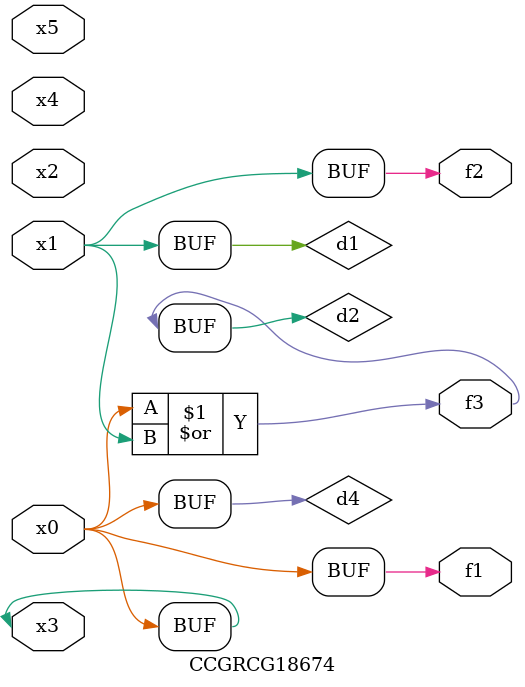
<source format=v>
module CCGRCG18674(
	input x0, x1, x2, x3, x4, x5,
	output f1, f2, f3
);

	wire d1, d2, d3, d4;

	and (d1, x1);
	or (d2, x0, x1);
	nand (d3, x0, x5);
	buf (d4, x0, x3);
	assign f1 = d4;
	assign f2 = d1;
	assign f3 = d2;
endmodule

</source>
